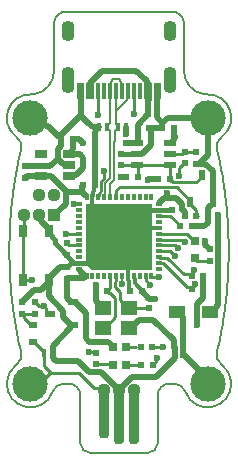
<source format=gtl>
G04*
G04 #@! TF.GenerationSoftware,Altium Limited,Altium Designer,21.5.1 (32)*
G04*
G04 Layer_Physical_Order=1*
G04 Layer_Color=255*
%FSAX25Y25*%
%MOIN*%
G70*
G04*
G04 #@! TF.SameCoordinates,4E6474E7-3770-4CE9-8705-8CFC98EF6C10*
G04*
G04*
G04 #@! TF.FilePolarity,Positive*
G04*
G01*
G75*
%ADD10C,0.01968*%
%ADD12C,0.00787*%
%ADD15R,0.05315X0.04331*%
%ADD16R,0.03937X0.02362*%
%ADD17R,0.01968X0.02165*%
%ADD18R,0.02165X0.01968*%
%ADD19R,0.05512X0.04724*%
%ADD20R,0.02165X0.01968*%
%ADD21R,0.01968X0.02165*%
%ADD23R,0.01181X0.05709*%
%ADD24R,0.02559X0.04134*%
%ADD25R,0.01181X0.02165*%
%ADD26R,0.02165X0.01181*%
%ADD27R,0.02559X0.03150*%
%ADD28R,0.02362X0.03543*%
%ADD29R,0.03543X0.02362*%
%ADD30R,0.03150X0.02362*%
%ADD31R,0.03937X0.02756*%
%ADD43R,0.20079X0.20079*%
G04:AMPARAMS|DCode=51|XSize=35.43mil|YSize=169.29mil|CornerRadius=13.82mil|HoleSize=0mil|Usage=FLASHONLY|Rotation=180.000|XOffset=0mil|YOffset=0mil|HoleType=Round|Shape=RoundedRectangle|*
%AMROUNDEDRECTD51*
21,1,0.03543,0.14165,0,0,180.0*
21,1,0.00780,0.16929,0,0,180.0*
1,1,0.02764,-0.00390,0.07083*
1,1,0.02764,0.00390,0.07083*
1,1,0.02764,0.00390,-0.07083*
1,1,0.02764,-0.00390,-0.07083*
%
%ADD51ROUNDEDRECTD51*%
G04:AMPARAMS|DCode=52|XSize=35.43mil|YSize=188.98mil|CornerRadius=13.82mil|HoleSize=0mil|Usage=FLASHONLY|Rotation=180.000|XOffset=0mil|YOffset=0mil|HoleType=Round|Shape=RoundedRectangle|*
%AMROUNDEDRECTD52*
21,1,0.03543,0.16134,0,0,180.0*
21,1,0.00780,0.18898,0,0,180.0*
1,1,0.02764,-0.00390,0.08067*
1,1,0.02764,0.00390,0.08067*
1,1,0.02764,0.00390,-0.08067*
1,1,0.02764,-0.00390,-0.08067*
%
%ADD52ROUNDEDRECTD52*%
%ADD60C,0.04370*%
%ADD61R,0.01575X0.02756*%
%ADD62R,0.03150X0.03150*%
%ADD63C,0.00984*%
%ADD64C,0.01575*%
%ADD65C,0.01378*%
%ADD66C,0.01181*%
%ADD67C,0.00984*%
G04:AMPARAMS|DCode=68|XSize=43.31mil|YSize=86.61mil|CornerRadius=19.49mil|HoleSize=0mil|Usage=FLASHONLY|Rotation=180.000|XOffset=0mil|YOffset=0mil|HoleType=Round|Shape=RoundedRectangle|*
%AMROUNDEDRECTD68*
21,1,0.04331,0.04764,0,0,180.0*
21,1,0.00433,0.08661,0,0,180.0*
1,1,0.03898,-0.00217,0.02382*
1,1,0.03898,0.00217,0.02382*
1,1,0.03898,0.00217,-0.02382*
1,1,0.03898,-0.00217,-0.02382*
%
%ADD68ROUNDEDRECTD68*%
G04:AMPARAMS|DCode=69|XSize=43.31mil|YSize=66.93mil|CornerRadius=19.49mil|HoleSize=0mil|Usage=FLASHONLY|Rotation=180.000|XOffset=0mil|YOffset=0mil|HoleType=Round|Shape=RoundedRectangle|*
%AMROUNDEDRECTD69*
21,1,0.04331,0.02795,0,0,180.0*
21,1,0.00433,0.06693,0,0,180.0*
1,1,0.03898,-0.00217,0.01398*
1,1,0.03898,0.00217,0.01398*
1,1,0.03898,0.00217,-0.01398*
1,1,0.03898,-0.00217,-0.01398*
%
%ADD69ROUNDEDRECTD69*%
%ADD70C,0.11811*%
%ADD71R,0.04370X0.04370*%
%ADD72C,0.02362*%
G36*
X0011024Y0015748D02*
Y-0006299D01*
X-0009055D01*
X-0011024Y-0004331D01*
Y0015748D01*
X0011024D01*
D02*
G37*
D10*
X-0022535Y0024766D02*
X-0017279Y0019510D01*
X-0025924Y0024962D02*
X-0025728Y0024766D01*
X-0022535D01*
X-0031102Y0024311D02*
X-0030532Y0024882D01*
X-0031201Y0024311D02*
X-0031102D01*
X-0026004Y0024882D02*
X-0025984Y0024902D01*
X-0030532Y0024882D02*
X-0026004D01*
X-0022146Y-0033563D02*
Y-0031594D01*
X-0016043Y-0025492D01*
X-0022146Y-0035658D02*
Y-0033957D01*
X-0020992Y-0036811D02*
X-0013640D01*
X-0022146Y-0035658D02*
X-0020992Y-0036811D01*
X-0007776Y-0016831D02*
Y-0013484D01*
Y-0011575D01*
Y-0016831D02*
X-0005610Y-0018996D01*
X-0005217D01*
X0008957Y0056758D02*
Y0056812D01*
Y0056758D02*
X0009705Y0056010D01*
X0012616Y0044478D02*
Y0053347D01*
X0006201Y0036024D02*
Y0042037D01*
X0009744Y0045581D01*
Y0050197D01*
Y0052216D02*
Y0053347D01*
Y0050197D02*
Y0052216D01*
X-0009759Y0054051D02*
Y0056010D01*
X-0005828Y0059941D01*
X0005828D02*
X0008957Y0056812D01*
X-0005828Y0059941D02*
X0005828D01*
X0014469Y0041043D02*
Y0042626D01*
X0016306Y0044291D02*
X0029528D01*
X0014469Y0042454D02*
X0016306Y0044291D01*
X0013878Y0041043D02*
X0014173Y0041339D01*
X0012616Y0044478D02*
X0014469Y0042626D01*
X0018406Y0038606D02*
Y0040945D01*
Y0037402D02*
Y0038606D01*
X0017913Y0036516D02*
Y0036909D01*
Y0036122D02*
Y0036516D01*
Y0036909D02*
X0018406Y0037402D01*
X0018429Y0038107D02*
X0018504Y0038032D01*
X0018429Y0038107D02*
Y0038583D01*
Y0037956D02*
X0018504Y0038032D01*
X0018429Y0037031D02*
Y0037956D01*
X0017913Y0036516D02*
X0018429Y0037031D01*
X0017717Y0035925D02*
X0017913Y0036122D01*
X0016929Y0035925D02*
X0017717D01*
X0018406Y0038606D02*
X0018429Y0038583D01*
X0010630Y0041043D02*
X0013878D01*
X0016142Y0017520D02*
X0017323D01*
X0014961D02*
X0016142D01*
Y0019180D01*
X0016155Y0019193D01*
X0020897Y0014290D02*
Y0015635D01*
Y0014290D02*
X0020972Y0014215D01*
X0017717Y0017520D02*
X0019012D01*
X0020897Y0015635D01*
X0028791Y0002017D02*
Y0003234D01*
X0030315Y0000492D02*
X0030413D01*
X0028791Y0002017D02*
X0030315Y0000492D01*
X0028715Y0003309D02*
X0028791Y0003234D01*
X-0009848Y-0030385D02*
X-0003571D01*
X-0011001Y-0029232D02*
X-0009848Y-0030385D01*
X-0002165Y-0032087D02*
Y-0031791D01*
X-0003571Y-0030385D02*
X-0002165Y-0031791D01*
X0018247Y-0031830D02*
X0018323Y-0031905D01*
X0011378Y-0022933D02*
X0018247Y-0029802D01*
X-0023425Y-0015140D02*
Y-0010827D01*
X0018247Y-0031830D02*
Y-0029802D01*
X-0023425Y-0015140D02*
X-0018623Y-0019942D01*
X-0010096Y-0040354D02*
X-0005924D01*
X-0013640Y-0036811D02*
X-0010096Y-0040354D01*
X-0005924D02*
X0000000Y-0046279D01*
X0009941Y-0022933D02*
X0011378D01*
X-0015551Y0033732D02*
X-0015354Y0033929D01*
Y0037303D01*
X-0015551Y0032776D02*
Y0033732D01*
X-0007972Y0039740D02*
X-0006583Y0041129D01*
X-0007972Y0021850D02*
Y0039740D01*
X-0012402Y0021260D02*
X-0011909Y0021752D01*
Y0021850D01*
X-0012402Y0019510D02*
Y0021260D01*
X-0019274Y0035078D02*
Y0036709D01*
X-0020472Y0033879D02*
X-0019274Y0035078D01*
X-0019291Y0036727D02*
Y0037402D01*
Y0036727D02*
X-0019274Y0036709D01*
X-0020472Y0030294D02*
Y0033879D01*
X-0019291Y0037402D02*
Y0038661D01*
X-0017279Y0019510D02*
X-0012402D01*
X-0018623Y0029035D02*
X-0017520D01*
X-0019980Y0030392D02*
X-0018623Y0029035D01*
X-0023559Y0041669D02*
X-0019921Y0038032D01*
X-0024242Y0041669D02*
X-0023559D01*
X-0029528Y0044291D02*
X-0026864D01*
X-0017520Y0029035D02*
X-0016929Y0028445D01*
X-0026864Y0044291D02*
X-0024242Y0041669D01*
X-0019291Y0038661D02*
X-0012783Y0045169D01*
X-0016535Y0025295D02*
X-0014287D01*
X-0011957Y0027626D01*
Y0030974D01*
X-0015690Y0032127D02*
X-0013110D01*
X-0011957Y0030974D01*
X-0015945Y0032382D02*
X-0015690Y0032127D01*
X-0016535Y0032382D02*
X-0015945D01*
X-0015551Y0032776D01*
X-0015354Y0037303D02*
X-0013454D01*
X-0012063Y0035913D01*
X-0011957D01*
X-0028297Y-0013041D02*
X-0025934D01*
X-0023720Y-0010827D02*
Y-0010039D01*
X-0025934Y-0013041D02*
X-0023720Y-0010827D01*
Y-0010039D02*
X-0023425Y-0009744D01*
X-0032185Y-0016929D02*
X-0028297Y-0013041D01*
X-0032185Y-0017028D02*
Y-0016929D01*
X-0032283Y-0017028D02*
X-0032185D01*
X0002265Y0038884D02*
Y0041160D01*
X0002236Y0041189D02*
X0002265Y0041160D01*
Y0038884D02*
X0002295Y0038855D01*
X0033135Y-0018243D02*
Y0012008D01*
X0024336Y0008087D02*
X0028352D01*
X0030659Y0015354D02*
X0031102D01*
X0029506Y0009240D02*
Y0014201D01*
X0028352Y0008087D02*
X0029506Y0009240D01*
X0031299Y0015551D02*
Y0026497D01*
X0031102Y0015354D02*
X0031299Y0015551D01*
X0029506Y0014201D02*
X0030659Y0015354D01*
X0026083Y-0017892D02*
X0028150Y-0015825D01*
X0026083Y-0024606D02*
Y-0017892D01*
X0028150Y-0015825D02*
Y-0012795D01*
X0018504Y-0035816D02*
Y-0032231D01*
X0030906Y-0020472D02*
X0033135Y-0018243D01*
X0030413Y-0020472D02*
X0030906D01*
X-0021555Y0012008D02*
X-0017827Y0015736D01*
Y0020058D01*
X0010125Y-0015968D02*
X0011996D01*
X0007690Y-0013533D02*
X0010125Y-0015968D01*
X0011996D02*
X0012071Y-0016043D01*
X0028150Y-0012500D02*
Y-0008523D01*
X0021161Y0013758D02*
X0021850Y0013070D01*
Y0011516D02*
Y0013070D01*
X0009705Y0023770D02*
X0012894D01*
Y0023819D01*
X0009656Y0023720D02*
X0009705Y0023770D01*
X0007690Y-0013533D02*
Y-0013434D01*
X0002236Y0035925D02*
X0006102D01*
X-0016043Y-0025492D02*
Y-0024902D01*
X-0015846Y-0024705D01*
X-0015256D01*
X-0018623Y-0021928D02*
X-0015846Y-0024705D01*
X-0018623Y-0021928D02*
Y-0019942D01*
X-0026555Y0012008D02*
X-0026096Y0011548D01*
Y0010052D02*
Y0011548D01*
Y0010052D02*
X-0023425Y0007382D01*
Y0006594D02*
Y0007382D01*
X0028752Y0029044D02*
X0031299Y0026497D01*
X0025534Y0029044D02*
X0028752D01*
X0026789Y0029052D02*
X0029528Y0031791D01*
Y0044291D01*
X0021347Y-0034165D02*
Y-0022134D01*
X0019685Y-0020472D02*
X0021347Y-0022134D01*
X0019193Y-0020472D02*
X0019685D01*
X0029528Y-0044291D02*
Y-0042618D01*
X0021358Y-0034449D02*
X0029528Y-0042618D01*
X0006594Y-0022933D02*
X0009206D01*
X0004251Y-0042028D02*
X0012293D01*
X0000000Y-0046279D02*
X0004251Y-0042028D01*
X0012293D02*
X0018504Y-0035816D01*
X0000000Y-0046457D02*
Y-0046279D01*
X-0015256Y-0017224D02*
X-0014665D01*
X-0011001Y-0029232D02*
Y-0020889D01*
X-0014665Y-0017224D02*
X-0011001Y-0020889D01*
X0003445Y-0025689D02*
X0003839D01*
X0006594Y-0022933D01*
X-0010278Y0042693D02*
X-0008813Y0041228D01*
X-0006988D01*
X-0010307Y0042693D02*
X-0010278D01*
X-0011626Y0044012D02*
X-0010307Y0042693D01*
X-0011626Y0044012D02*
X-0011626D01*
X-0012783Y0045169D02*
X-0011626Y0044012D01*
X-0012783Y0045169D02*
Y0052643D01*
X0006004Y0032283D02*
X0006102Y0032382D01*
X0007797D02*
X0010630Y0035215D01*
Y0041043D01*
X0006102Y0032382D02*
X0007797D01*
X-0019774Y-0005306D02*
X-0017279D01*
X-0023425Y-0008957D02*
X-0019774Y-0005306D01*
X-0011802Y-0009243D02*
X-0011220Y-0008661D01*
X-0017181Y-0009243D02*
X-0011802D01*
X-0012917Y-0006728D02*
X-0011220Y-0008424D01*
X-0012917Y-0006728D02*
Y-0006603D01*
X-0017279Y-0015792D02*
X-0015846Y-0017224D01*
X-0015256D01*
X-0017279Y-0015792D02*
Y-0009243D01*
X0013287Y0015846D02*
X0014961Y0017520D01*
X-0012795Y0019825D02*
X-0011081Y0018110D01*
X-0022863Y0028248D02*
X-0020472Y0030638D01*
X-0030709Y0028248D02*
X-0022863D01*
X0009843Y0050197D02*
Y0052216D01*
D12*
X-0000984Y0046650D02*
Y0053347D01*
Y0042343D02*
Y0045768D01*
Y0046650D02*
X0002756Y0050390D01*
X-0000984Y0045768D02*
Y0046650D01*
X0002756Y0050390D02*
Y0053127D01*
X0002953Y0053324D01*
X-0002953Y0042693D02*
Y0053347D01*
X-0003828Y0041818D02*
X-0002953Y0042693D01*
X-0004024Y0041129D02*
X-0003828Y0041326D01*
Y0041818D01*
X0000787Y0053543D02*
Y0056272D01*
X-0001942Y0057087D02*
X-0000027D01*
X0000787Y0053543D02*
X0000984Y0053347D01*
X-0000027Y0057087D02*
X0000787Y0056272D01*
X-0002756Y0053347D02*
Y0056272D01*
X-0001942Y0057087D01*
X-0003168Y0019113D02*
Y0022156D01*
X-0004724Y0019064D02*
X-0004546Y0019242D01*
Y0022727D02*
X-0003091Y0024183D01*
X-0003150Y0018209D02*
Y0019094D01*
X-0003168Y0019113D02*
X-0003150Y0019094D01*
X-0003168Y0022156D02*
X-0001713Y0023612D01*
X-0004546Y0019242D02*
Y0022727D01*
X-0003091Y0024183D02*
Y0036956D01*
X-0001713Y0023612D02*
Y0036385D01*
X-0001485Y0036613D01*
X-0002863Y0037184D02*
Y0039979D01*
X-0001485Y0036613D02*
Y0040039D01*
X-0003091Y0036956D02*
X-0002863Y0037184D01*
X-0003150Y0018209D02*
X-0002953Y0018012D01*
X-0004724Y0018209D02*
Y0019064D01*
X-0004921Y0018012D02*
X-0004724Y0018209D01*
X0000984Y-0011043D02*
Y-0008563D01*
X0000984Y-0008563D01*
X-0000984Y0042343D02*
X-0000323Y0041681D01*
Y0041189D02*
Y0041681D01*
X-0000520Y0040500D02*
X-0000323Y0040697D01*
X-0001485Y0040039D02*
X-0001024Y0040500D01*
X-0000323Y0040697D02*
Y0041189D01*
X-0001024Y0040500D02*
X-0000520D01*
X-0004024Y0040637D02*
Y0041129D01*
X-0003828Y0040440D02*
X-0003324D01*
X-0002863Y0039979D01*
X-0004024Y0040637D02*
X-0003828Y0040440D01*
X-0017715Y0079726D02*
G03*
X-0021654Y0075787I0000000J-0003938D01*
G01*
X-0034152Y-0037918D02*
G03*
X-0037374Y-0043632I0004625J-0006373D01*
G01*
X0016811Y-0044291D02*
G03*
X0012874Y-0048228I0000000J-0003937D01*
G01*
X0021654Y0075787D02*
G03*
X0017715Y0079726I-0003938J0000000D01*
G01*
X0034152Y0037918D02*
G03*
X0032640Y0033797I0002312J-0003187D01*
G01*
X-0034152Y-0037918D02*
G03*
X-0032640Y-0033797I-0002312J0003187D01*
G01*
X0009729Y-0067323D02*
G03*
X0012874Y-0064177I0000000J0003145D01*
G01*
X0032640Y-0033797D02*
G03*
X0034152Y-0037918I0003824J-0000935D01*
G01*
X-0012874Y-0064177D02*
G03*
X-0009729Y-0067323I0003145J0000000D01*
G01*
X-0032640Y0033797D02*
G03*
X-0034152Y0037918I-0003824J0000935D01*
G01*
X0037367Y-0043558D02*
G03*
X0034152Y-0037918I-0007840J-0000734D01*
G01*
X-0029035Y0052150D02*
G03*
X-0034152Y0037918I-0000493J-0007859D01*
G01*
X-0012874Y-0048228D02*
G03*
X-0016811Y-0044291I-0003937J0000000D01*
G01*
X0021654Y0059953D02*
G03*
X0028362Y0052165I0007874J0000000D01*
G01*
X-0029035Y0052150D02*
G03*
X-0028362Y0052165I0000246J0003929D01*
G01*
X0022104Y-0046916D02*
G03*
X0037367Y-0043560I0007423J0002625D01*
G01*
X-0018392Y-0044291D02*
G03*
X-0022104Y-0046916I0000000J-0003937D01*
G01*
X0028362Y0052165D02*
G03*
X0029035Y0052150I0000426J0003914D01*
G01*
X0022104Y-0046916D02*
G03*
X0018392Y-0044291I-0003712J-0001312D01*
G01*
X-0037374Y-0043633D02*
G03*
X-0022104Y-0046916I0007846J-0000658D01*
G01*
X0034152Y0037918D02*
G03*
X0029035Y0052150I-0004625J0006373D01*
G01*
X-0028362Y0052165D02*
G03*
X-0021654Y0059953I-0001165J0007787D01*
G01*
Y0075787D01*
X0033507Y0029989D02*
X0033641Y0029344D01*
X-0033507Y0029989D02*
X-0033370Y0030630D01*
X0034269Y0026086D02*
X0034386Y0025428D01*
X-0034269Y0026086D02*
X-0034150Y0026743D01*
X0034924Y0022102D02*
X0035023Y0021431D01*
X0035118Y0020759D01*
X-0034924Y0022102D02*
X-0034823Y0022772D01*
X-0035840Y0014628D02*
X-0035773Y0015315D01*
X0036227Y0009787D02*
X0036270Y0009091D01*
X-0036182Y0010482D02*
X-0036133Y0011175D01*
X0036437Y0005603D02*
X0036461Y0004904D01*
X-0036410Y0006302D02*
X-0036380Y0007000D01*
X0036532Y0001402D02*
X0036537Y0000701D01*
X-0036524Y0002103D02*
X-0036513Y0002804D01*
X0036499Y-0003504D02*
X0036513Y-0002804D01*
X0036132Y-0011175D02*
X0036182Y-0010482D01*
X-0036228Y-0009787D02*
X-0036182Y-0010482D01*
X0035772Y-0015315D02*
X0035840Y-0014628D01*
X-0035905Y-0013940D02*
X-0035840Y-0014628D01*
X0035300Y-0019407D02*
X0035387Y-0018729D01*
X-0035470Y-0018049D02*
X-0035387Y-0018729D01*
X0034610Y-0024104D02*
X0034718Y-0023439D01*
X0033229Y-0031269D02*
X0033370Y-0030630D01*
X-0033641Y-0029344D02*
X-0033507Y-0029989D01*
X-0032792Y-0033169D02*
X-0032640Y-0033797D01*
X0016811Y-0044291D02*
X0018392D01*
X0032792Y0033169D02*
X0032940Y0032539D01*
X0033641Y0029344D02*
X0033773Y0028698D01*
X-0033370Y0030630D02*
X-0033230Y0031269D01*
X0034386Y0025428D02*
X0034500Y0024767D01*
X-0034150Y0026743D02*
X-0034027Y0027397D01*
X-0034823Y0022772D02*
X-0034718Y0023439D01*
X0035550Y0017368D02*
X0035627Y0016685D01*
X-0035387Y0018729D02*
X-0035301Y0019407D01*
X0035967Y0013250D02*
X0036025Y0012560D01*
X0036270Y0009091D02*
X0036310Y0008395D01*
X-0036380Y0007000D02*
X-0036346Y0007698D01*
X0036461Y0004904D02*
X0036481Y0004204D01*
X-0036513Y0002804D02*
X-0036499Y0003504D01*
X-0036537Y-0000701D02*
X-0036532Y-0001402D01*
X0036346Y-0007698D02*
X0036380Y-0007000D01*
X-0036461Y-0004904D02*
X-0036437Y-0005603D01*
X0036080Y-0011868D02*
X0036132Y-0011175D01*
X0035701Y-0016001D02*
X0035772Y-0015315D01*
X-0035967Y-0013250D02*
X-0035905Y-0013940D01*
X0035211Y-0020084D02*
X0035300Y-0019407D01*
X-0035550Y-0017368D02*
X-0035470Y-0018049D01*
X-0035023Y-0021431D02*
X-0034924Y-0022102D01*
X0033901Y-0028048D02*
X0034027Y-0027397D01*
X-0034386Y-0025428D02*
X-0034269Y-0026086D01*
X0033086Y-0031905D02*
X0033229Y-0031269D01*
X-0032941Y-0032539D02*
X-0032792Y-0033169D01*
X0012874Y-0064177D02*
Y-0048228D01*
X-0017715Y0079724D02*
X0017715D01*
X0032940Y0032539D02*
X0033086Y0031905D01*
X0033773Y0028698D02*
X0033901Y0028048D01*
X-0034718Y0023439D02*
X-0034610Y0024104D01*
X0035118Y0020759D02*
X0035211Y0020084D01*
X-0035301Y0019407D02*
X-0035211Y0020084D01*
X0035627Y0016685D02*
X0035701Y0016001D01*
X-0035773Y0015315D02*
X-0035702Y0016001D01*
X0036025Y0012560D02*
X0036080Y0011868D01*
X-0036133Y0011175D02*
X-0036081Y0011868D01*
X0036310Y0008395D02*
X0036346Y0007698D01*
X-0036499Y0003504D02*
X-0036481Y0004204D01*
X0036537Y0000701D02*
X0036538Y0000000D01*
X-0036538D02*
X-0036537Y-0000701D01*
X0036481Y-0004204D02*
X0036499Y-0003504D01*
X-0036481Y-0004204D02*
X-0036461Y-0004904D01*
X0036310Y-0008395D02*
X0036346Y-0007698D01*
X-0036270Y-0009091D02*
X-0036228Y-0009787D01*
X0036025Y-0012560D02*
X0036080Y-0011868D01*
X-0035628Y-0016685D02*
X-0035550Y-0017368D01*
X-0035119Y-0020759D02*
X-0035023Y-0021431D01*
X0034500Y-0024767D02*
X0034610Y-0024104D01*
X-0034500Y-0024767D02*
X-0034386Y-0025428D01*
X0033773Y-0028698D02*
X0033901Y-0028048D01*
X-0033773Y-0028698D02*
X-0033641Y-0029344D01*
X0032940Y-0032539D02*
X0033086Y-0031905D01*
X0021654Y0059953D02*
Y0075787D01*
X-0033230Y0031269D02*
X-0033086Y0031905D01*
X-0034027Y0027397D02*
X-0033902Y0028048D01*
X0034500Y0024767D02*
X0034610Y0024104D01*
X0035211Y0020084D02*
X0035300Y0019407D01*
X-0035211Y0020084D02*
X-0035119Y0020759D01*
X0035701Y0016001D02*
X0035772Y0015315D01*
X-0035702Y0016001D02*
X-0035628Y0016685D01*
X-0036081Y0011868D02*
X-0036025Y0012560D01*
X-0036346Y0007698D02*
X-0036310Y0008395D01*
X0036481Y0004204D02*
X0036499Y0003504D01*
X0036537Y-0000701D02*
X0036538Y0000000D01*
X0036461Y-0004904D02*
X0036481Y-0004204D01*
X-0036499Y-0003504D02*
X-0036481Y-0004204D01*
X0036270Y-0009091D02*
X0036310Y-0008395D01*
X-0036310D02*
X-0036270Y-0009091D01*
X-0036025Y-0012560D02*
X-0035967Y-0013250D01*
X0035627Y-0016685D02*
X0035701Y-0016001D01*
X0035118Y-0020759D02*
X0035211Y-0020084D01*
X0034386Y-0025428D02*
X0034500Y-0024767D01*
X-0034610Y-0024104D02*
X-0034500Y-0024767D01*
X0033641Y-0029344D02*
X0033773Y-0028698D01*
X-0033902Y-0028048D02*
X-0033773Y-0028698D01*
X-0033086Y-0031905D02*
X-0032941Y-0032539D01*
X-0009729Y-0067323D02*
X0009729D01*
X0033086Y0031905D02*
X0033229Y0031269D01*
X-0033086Y0031905D02*
X-0032941Y0032539D01*
X0033901Y0028048D02*
X0034027Y0027397D01*
X-0033902Y0028048D02*
X-0033773Y0028698D01*
X0034610Y0024104D02*
X0034718Y0023439D01*
X-0034610Y0024104D02*
X-0034500Y0024767D01*
X0035300Y0019407D02*
X0035387Y0018729D01*
X0036080Y0011868D02*
X0036132Y0011175D01*
X-0036025Y0012560D02*
X-0035967Y0013250D01*
X0036346Y0007698D02*
X0036380Y0007000D01*
X-0036310Y0008395D02*
X-0036270Y0009091D01*
X0036499Y0003504D02*
X0036513Y0002804D01*
X-0036481Y0004204D02*
X-0036461Y0004904D01*
X0036532Y-0001402D02*
X0036537Y-0000701D01*
X-0036538Y0000000D02*
X-0036537Y0000701D01*
X-0036346Y-0007698D02*
X-0036310Y-0008395D01*
X0035967Y-0013250D02*
X0036025Y-0012560D01*
X-0036081Y-0011868D02*
X-0036025Y-0012560D01*
X0035550Y-0017368D02*
X0035627Y-0016685D01*
X-0035702Y-0016001D02*
X-0035628Y-0016685D01*
X0035023Y-0021431D02*
X0035118Y-0020759D01*
X-0035211Y-0020084D02*
X-0035119Y-0020759D01*
X-0034027Y-0027397D02*
X-0033902Y-0028048D01*
X0032792Y-0033169D02*
X0032940Y-0032539D01*
X-0033230Y-0031269D02*
X-0033086Y-0031905D01*
X-0012874Y-0064177D02*
Y-0048228D01*
X0033229Y0031269D02*
X0033370Y0030630D01*
X0034027Y0027397D02*
X0034150Y0026743D01*
X-0033773Y0028698D02*
X-0033641Y0029344D01*
X0034718Y0023439D02*
X0034823Y0022772D01*
X-0034500Y0024767D02*
X-0034386Y0025428D01*
X-0035119Y0020759D02*
X-0035023Y0021431D01*
X0035772Y0015315D02*
X0035840Y0014628D01*
X-0035628Y0016685D02*
X-0035550Y0017368D01*
X0036132Y0011175D02*
X0036182Y0010482D01*
X-0036270Y0009091D02*
X-0036228Y0009787D01*
X0036380Y0007000D02*
X0036410Y0006302D01*
X-0036461Y0004904D02*
X-0036437Y0005603D01*
X0036513Y0002804D02*
X0036524Y0002103D01*
X-0036537Y0000701D02*
X-0036532Y0001402D01*
X0036437Y-0005603D02*
X0036461Y-0004904D01*
X-0036513Y-0002804D02*
X-0036499Y-0003504D01*
X0036227Y-0009787D02*
X0036270Y-0009091D01*
X0035905Y-0013940D02*
X0035967Y-0013250D01*
X-0036133Y-0011175D02*
X-0036081Y-0011868D01*
X0035470Y-0018049D02*
X0035550Y-0017368D01*
X-0035773Y-0015315D02*
X-0035702Y-0016001D01*
X-0035301Y-0019407D02*
X-0035211Y-0020084D01*
X0034269Y-0026086D02*
X0034386Y-0025428D01*
X-0034718Y-0023439D02*
X-0034610Y-0024104D01*
X0033507Y-0029989D02*
X0033641Y-0029344D01*
X0032640Y-0033797D02*
X0032792Y-0033169D01*
X-0018392Y-0044291D02*
X-0016811D01*
X-0032941Y0032539D02*
X-0032792Y0033169D01*
X0033370Y0030630D02*
X0033507Y0029989D01*
X-0034386Y0025428D02*
X-0034269Y0026086D01*
X-0035023Y0021431D02*
X-0034924Y0022102D01*
X0035387Y0018729D02*
X0035470Y0018049D01*
X-0035550Y0017368D02*
X-0035470Y0018049D01*
X0035840Y0014628D02*
X0035905Y0013940D01*
X-0035967Y0013250D02*
X-0035905Y0013940D01*
X0036182Y0010482D02*
X0036227Y0009787D01*
X-0036532Y0001402D02*
X-0036524Y0002103D01*
X0036524Y-0002103D02*
X0036532Y-0001402D01*
X-0036524Y-0002103D02*
X-0036513Y-0002804D01*
X0036410Y-0006302D02*
X0036437Y-0005603D01*
X-0036410Y-0006302D02*
X-0036380Y-0007000D01*
X-0036346Y-0007698D01*
X0036182Y-0010482D02*
X0036227Y-0009787D01*
X0035840Y-0014628D02*
X0035905Y-0013940D01*
X-0035387Y-0018729D02*
X-0035301Y-0019407D01*
X0034924Y-0022102D02*
X0035023Y-0021431D01*
X-0034823Y-0022772D02*
X-0034718Y-0023439D01*
X0034150Y-0026743D02*
X0034269Y-0026086D01*
X-0034150Y-0026743D02*
X-0034027Y-0027397D01*
X0033370Y-0030630D02*
X0033507Y-0029989D01*
X-0033370Y-0030630D02*
X-0033230Y-0031269D01*
X0037367Y-0043560D02*
Y-0043558D01*
X0032640Y0033797D02*
X0032792Y0033169D01*
X-0032792D02*
X-0032640Y0033797D01*
X-0033641Y0029344D02*
X-0033507Y0029989D01*
X0034150Y0026743D02*
X0034269Y0026086D01*
X0034823Y0022772D02*
X0034924Y0022102D01*
X0035470Y0018049D02*
X0035550Y0017368D01*
X-0035470Y0018049D02*
X-0035387Y0018729D01*
X0035905Y0013940D02*
X0035967Y0013250D01*
X-0035905Y0013940D02*
X-0035840Y0014628D01*
X-0036228Y0009787D02*
X-0036182Y0010482D01*
X0036410Y0006302D02*
X0036437Y0005603D01*
X-0036437D02*
X-0036410Y0006302D01*
X0036524Y0002103D02*
X0036532Y0001402D01*
X0036513Y-0002804D02*
X0036524Y-0002103D01*
X-0036532Y-0001402D02*
X-0036524Y-0002103D01*
X0036380Y-0007000D02*
X0036410Y-0006302D01*
X-0036437Y-0005603D02*
X-0036410Y-0006302D01*
X-0036182Y-0010482D02*
X-0036133Y-0011175D01*
X-0035840Y-0014628D02*
X-0035773Y-0015315D01*
X0035387Y-0018729D02*
X0035470Y-0018049D01*
X0034823Y-0022772D02*
X0034924Y-0022102D01*
X0034718Y-0023439D02*
X0034823Y-0022772D01*
X-0034924Y-0022102D02*
X-0034823Y-0022772D01*
X0034027Y-0027397D02*
X0034150Y-0026743D01*
X-0034269Y-0026086D02*
X-0034150Y-0026743D01*
X-0033507Y-0029989D02*
X-0033370Y-0030630D01*
X-0037374Y-0043633D02*
Y-0043632D01*
D15*
X0019193Y-0020472D02*
D03*
X0030413D02*
D03*
X0019193D02*
D03*
X0030413D02*
D03*
D16*
X0016929Y0035925D02*
D03*
Y0032185D02*
D03*
Y0028445D02*
D03*
X0006102D02*
D03*
Y0032185D02*
D03*
Y0035925D02*
D03*
D17*
X0003753Y-0013434D02*
D03*
X0007690D02*
D03*
X-0007776Y-0013484D02*
D03*
X-0003839D02*
D03*
X-0007972Y0021850D02*
D03*
X-0011909D02*
D03*
X-0015354Y0037402D02*
D03*
X-0019291D02*
D03*
D18*
X0000591Y0032382D02*
D03*
Y0028445D02*
D03*
X-0007579Y-0037894D02*
D03*
Y-0033957D02*
D03*
X0025526Y0029052D02*
D03*
Y0032989D02*
D03*
X0021835Y0029091D02*
D03*
Y0033028D02*
D03*
X0030413Y-0003445D02*
D03*
Y0000492D02*
D03*
X-0017355Y-0001451D02*
D03*
Y0002486D02*
D03*
X-0028051Y-0017126D02*
D03*
Y-0021063D02*
D03*
D19*
X-0005217Y-0018996D02*
D03*
X0003445D02*
D03*
Y-0025689D02*
D03*
X-0005217D02*
D03*
D20*
X0009941Y-0022933D02*
D03*
Y-0018996D02*
D03*
X0017717Y0013583D02*
D03*
Y0017520D02*
D03*
X-0017421Y-0005315D02*
D03*
Y-0009252D02*
D03*
X-0032283Y-0017028D02*
D03*
Y-0020965D02*
D03*
X-0031201Y0024311D02*
D03*
Y0028248D02*
D03*
D21*
X0021850Y0011516D02*
D03*
X0025787D02*
D03*
X0012894Y0023819D02*
D03*
X0016831D02*
D03*
X0010138Y0041043D02*
D03*
X0006201D02*
D03*
X0014469Y0040945D02*
D03*
X0018406D02*
D03*
X0024336Y0008087D02*
D03*
X0020399D02*
D03*
X0002283Y0024705D02*
D03*
X0006220D02*
D03*
X0028150Y-0008424D02*
D03*
X0024213D02*
D03*
X0028150Y-0012795D02*
D03*
X0024213D02*
D03*
X0007480Y-0037992D02*
D03*
X0011417D02*
D03*
X0007185Y-0032087D02*
D03*
X0011122D02*
D03*
D23*
X-0013386Y0053347D02*
D03*
X-0012205D02*
D03*
X0009055D02*
D03*
X0012205D02*
D03*
X-0009055D02*
D03*
X-0002953D02*
D03*
X-0000984D02*
D03*
X0002953Y0053324D02*
D03*
X0006890Y0053347D02*
D03*
X0000984D02*
D03*
X-0004921D02*
D03*
X-0010236D02*
D03*
X-0006890D02*
D03*
X0004921D02*
D03*
X0010236D02*
D03*
X0013386D02*
D03*
D24*
X-0031890Y-0009744D02*
D03*
Y0006594D02*
D03*
X-0023425Y-0009744D02*
D03*
Y0006594D02*
D03*
D25*
X-0010827Y-0008563D02*
D03*
X-0008858D02*
D03*
X-0006890D02*
D03*
X-0004921D02*
D03*
X-0002953D02*
D03*
X-0000984D02*
D03*
X0000984D02*
D03*
X0002953D02*
D03*
X0004921D02*
D03*
X0006890D02*
D03*
X0008858D02*
D03*
X0010827D02*
D03*
Y0018012D02*
D03*
X0008858D02*
D03*
X0006890D02*
D03*
X0004921D02*
D03*
X0002953D02*
D03*
X0000984D02*
D03*
X-0000984D02*
D03*
X-0002953D02*
D03*
X-0004921D02*
D03*
X-0006890D02*
D03*
X-0008858D02*
D03*
X-0010827D02*
D03*
D26*
X0013287Y-0006102D02*
D03*
Y-0004134D02*
D03*
Y-0002165D02*
D03*
Y-0000197D02*
D03*
Y0001772D02*
D03*
Y0003740D02*
D03*
Y0005709D02*
D03*
Y0007677D02*
D03*
Y0009646D02*
D03*
Y0011614D02*
D03*
Y0013583D02*
D03*
Y0015551D02*
D03*
X-0013287D02*
D03*
Y0013583D02*
D03*
Y0011614D02*
D03*
Y0009646D02*
D03*
Y0007677D02*
D03*
Y0005709D02*
D03*
Y0003740D02*
D03*
Y0001772D02*
D03*
Y-0000197D02*
D03*
Y-0002165D02*
D03*
Y-0004134D02*
D03*
Y-0006102D02*
D03*
D27*
X-0002165Y-0032087D02*
D03*
Y-0037992D02*
D03*
X0002165D02*
D03*
Y-0032087D02*
D03*
D28*
X0023819Y0016142D02*
D03*
X0031299D02*
D03*
X0027559Y0025197D02*
D03*
D29*
X-0023130Y-0020965D02*
D03*
X-0015256Y-0017224D02*
D03*
Y-0024705D02*
D03*
D30*
X-0028740Y-0030315D02*
D03*
Y-0024803D02*
D03*
D31*
X-0016535Y0024902D02*
D03*
Y0028642D02*
D03*
Y0032382D02*
D03*
X-0025984D02*
D03*
Y0024902D02*
D03*
D43*
X0000000Y0004724D02*
D03*
D51*
X-0005000Y-0054134D02*
D03*
D52*
X0005000Y-0055118D02*
D03*
X0000000D02*
D03*
D60*
X-0026555Y0018608D02*
D03*
Y0012008D02*
D03*
X-0031555D02*
D03*
X-0021555Y0018608D02*
D03*
X-0005000Y-0046457D02*
D03*
X0000000D02*
D03*
X0005000D02*
D03*
D61*
X0012697Y0045768D02*
D03*
X0009941D02*
D03*
X0002334Y0041189D02*
D03*
X-0000421D02*
D03*
X-0006682Y0041129D02*
D03*
X-0003926D02*
D03*
X-0022146Y-0033957D02*
D03*
X-0024902D02*
D03*
X0018406Y-0034449D02*
D03*
X0021161D02*
D03*
D62*
X0025197Y-0002559D02*
D03*
Y0003347D02*
D03*
D63*
X-0028346Y-0030315D02*
X-0025591Y-0033071D01*
X-0025197D01*
X-0024902Y-0033366D01*
Y-0038258D02*
Y-0033366D01*
Y-0038258D02*
X-0022510Y-0040650D01*
X0004921Y0045693D02*
Y0053347D01*
Y0045693D02*
X0005020Y0045595D01*
X0000210Y0021358D02*
X0019193D01*
X0017323Y0023228D02*
X0017537D01*
X0017899Y0022866D01*
X0016929Y0024508D02*
X0017224Y0024213D01*
X0016831Y0023819D02*
X0017224D01*
X0017899Y0022866D02*
X0025819D01*
X0017224Y0024213D02*
Y0024311D01*
X0016831Y0023720D02*
Y0023819D01*
X0017224Y0024213D01*
X0016929Y0024508D02*
Y0028445D01*
X0002165Y-0032087D02*
X0005828D01*
X0021752Y-0007861D02*
X0023720D01*
X0024213Y-0008424D02*
Y-0008353D01*
X0023720Y-0007861D02*
X0024213Y-0008353D01*
X0013386Y-0002264D02*
X0016155D01*
X0018803Y-0001861D02*
X0018815D01*
X0016155Y-0002264D02*
X0021752Y-0007861D01*
X0017139Y-0000197D02*
X0018803Y-0001861D01*
X0024705Y-0007148D02*
X0024983Y-0006869D01*
X0024705Y-0007932D02*
Y-0007148D01*
X0024983Y-0006869D02*
Y-0006496D01*
X0012344Y-0036967D02*
Y-0036033D01*
X0012607Y-0035769D01*
X0011417Y-0037992D02*
Y-0037894D01*
X0012344Y-0036967D01*
X0002165Y-0037992D02*
X0007480D01*
X0007480Y-0037992D01*
X-0007579Y-0037894D02*
X-0007579Y-0037894D01*
X-0013426Y-0040650D02*
X-0008266Y-0045809D01*
X-0022956Y-0040650D02*
X-0013426D01*
X-0008266Y-0045809D02*
X-0005648D01*
X-0006791Y0019114D02*
X-0006496Y0019410D01*
Y0019502D02*
X-0005924Y0020074D01*
X-0006791Y0018110D02*
Y0019114D01*
X-0006496Y0019410D02*
Y0019502D01*
X-0005924Y0020074D02*
Y0023298D01*
X-0006890Y0018012D02*
X-0006791Y0018110D01*
X-0005158Y0024065D02*
Y0026497D01*
X-0005924Y0023298D02*
X-0005158Y0024065D01*
X-0016187Y0001772D02*
X-0013287D01*
X-0016409Y0001994D02*
X-0016187Y0001772D01*
X-0016862Y0001994D02*
X-0016409D01*
X-0017355Y0002486D02*
X-0016862Y0001994D01*
X-0017618Y0005709D02*
X-0013287D01*
X-0026639Y-0018372D02*
X-0024934D01*
X-0027559Y-0017618D02*
X-0027393D01*
X-0026639Y-0018372D01*
X-0024934D02*
X-0024272Y-0019034D01*
X-0028051Y-0017126D02*
X-0027559Y-0017618D01*
X-0028740Y-0030315D02*
X-0028346D01*
X-0032283Y-0020965D02*
X-0032185D01*
X-0031693Y-0022539D02*
Y-0021457D01*
X-0030118Y-0024114D02*
X-0029331D01*
X-0032185Y-0020965D02*
X-0031693Y-0021457D01*
Y-0022539D02*
X-0030118Y-0024114D01*
X-0029331D02*
X-0028937Y-0024508D01*
X-0031693Y-0021063D02*
X-0028051D01*
X-0032185D02*
X-0031693D01*
X-0032283Y-0020965D02*
X-0032185Y-0021063D01*
X0024213Y-0008424D02*
X0024705Y-0007932D01*
X0020089Y0025215D02*
Y0027444D01*
X0019906Y0025032D02*
X0020089Y0025215D01*
X0008957Y-0009926D02*
X0010232Y-0011202D01*
X0008858Y-0008563D02*
X0008957Y-0008661D01*
Y-0009926D02*
Y-0008661D01*
X0010232Y-0011575D02*
Y-0011202D01*
X0006220Y0024705D02*
Y0028328D01*
X0006102Y0028445D02*
X0006220Y0028328D01*
X0018667Y0001772D02*
X0019449Y0000990D01*
X0021597Y0002868D02*
X0021949D01*
X0019449Y0000990D02*
X0019800D01*
X0010925Y-0008661D02*
X0013119D01*
X0013217Y-0008760D01*
X0010827Y-0008563D02*
X0010925Y-0008661D01*
X0020089Y0027444D02*
X0021736Y0029091D01*
X0021835D01*
X0025819Y0022866D02*
X0027559Y0024606D01*
X0016831Y0023720D02*
X0017323Y0023228D01*
X0027559Y0024606D02*
Y0025197D01*
X0024213Y-0012711D02*
Y-0012697D01*
Y-0012795D02*
Y-0012711D01*
X0025492Y-0011417D02*
Y-0011154D01*
X0024213Y-0012697D02*
X0025492Y-0011417D01*
X0014617Y-0004232D02*
X0022603Y-0012219D01*
X0023720D02*
X0024213Y-0012711D01*
X0022603Y-0012219D02*
X0023720D01*
X0013386Y-0004232D02*
X0014617D01*
X0013287Y-0004134D02*
X0013386Y-0004232D01*
X-0006890Y0045341D02*
Y0053347D01*
X-0024272Y-0020375D02*
Y-0019034D01*
X-0024371Y-0020276D02*
X-0023671Y-0020976D01*
X-0024371Y-0020276D02*
Y-0019133D01*
X0025861Y-0003322D02*
X0029506D01*
X0025787Y-0003248D02*
X0025861Y-0003322D01*
X-0001294Y-0012172D02*
X0000340Y-0013806D01*
X-0001294Y-0010378D02*
X-0001083Y-0010166D01*
Y-0008661D01*
X-0001294Y-0012172D02*
Y-0010378D01*
X-0001083Y-0008661D02*
X-0000984Y-0008563D01*
X0000340Y-0016285D02*
Y-0013806D01*
Y-0016285D02*
X0003051Y-0018996D01*
X0003445D02*
X0009107D01*
X0003051D02*
X0003445D01*
X0013287Y-0000197D02*
X0017139D01*
X0013287Y-0002165D02*
X0013386Y-0002264D01*
X0013287Y0001772D02*
X0018667D01*
X0013287Y0003740D02*
X0020725D01*
X0021597Y0002868D01*
X0013287Y0005709D02*
X0022561D01*
X0024534Y0003735D01*
X0011122Y-0032087D02*
X0014743D01*
X0002165Y-0037992D02*
X0002165Y-0037992D01*
X-0007579Y-0037894D02*
X-0002264D01*
X-0002165Y-0037992D01*
X-0009751Y-0033849D02*
X-0007686D01*
X-0007579Y-0033957D01*
X-0009858Y-0033742D02*
X-0009751Y-0033849D01*
X-0005648Y-0045809D02*
X-0005000Y-0046457D01*
X-0001345Y-0022211D02*
Y-0015879D01*
X-0003150Y-0014075D02*
X-0001345Y-0015879D01*
X-0004823Y-0025689D02*
X-0001345Y-0022211D01*
X-0003347Y-0014075D02*
X-0003150D01*
X-0003839Y-0013583D02*
X-0003347Y-0014075D01*
X-0003839Y-0013583D02*
Y-0013386D01*
X-0005217Y-0025689D02*
X-0004823D01*
X-0002953Y-0012500D02*
Y-0008563D01*
X-0003839Y-0013386D02*
X-0002953Y-0012500D01*
X0000591Y0028445D02*
X0006102D01*
X-0029528Y-0044291D02*
X-0026598D01*
X-0022956Y-0040650D01*
X0023819Y0015551D02*
Y0016732D01*
X0019193Y0021358D02*
X0023819Y0016732D01*
X-0000984Y0020164D02*
X0000210Y0021358D01*
X-0000984Y0018012D02*
Y0020164D01*
X0025689Y0012008D02*
Y0013681D01*
Y0012008D02*
X0026181Y0011516D01*
X0023819Y0015551D02*
X0025689Y0013681D01*
X0006102Y0028445D02*
X0016929D01*
X0021854Y0033009D02*
X0025506D01*
X0025526Y0032989D01*
X0021835Y0033028D02*
X0021854Y0033009D01*
X0016929Y0032185D02*
X0020893D01*
X0021736Y0033028D01*
X0021835D01*
X-0031890Y-0009744D02*
X-0028937D01*
X-0031890D02*
Y0006594D01*
X-0031722Y0011841D02*
X-0031555Y0012008D01*
X-0031722Y0006762D02*
Y0011841D01*
X-0031890Y0006594D02*
X-0031722Y0006762D01*
D64*
X-0008817Y-0004093D02*
X0000000Y0004724D01*
X-0021364Y0002424D02*
X-0014905Y-0004035D01*
X-0013386D01*
X-0016061Y-0004134D02*
X-0013287D01*
X-0016984Y-0005056D02*
X-0016061Y-0004134D01*
X-0023425Y0005807D02*
X-0021364Y0003746D01*
Y0002424D02*
Y0003746D01*
X-0013386Y-0004035D02*
X-0013287Y-0004134D01*
X-0017181Y-0005306D02*
X-0016984Y-0005109D01*
X-0017279Y-0005306D02*
X-0017181D01*
X-0016984Y-0005109D02*
Y-0005056D01*
X0002953Y0007677D02*
X0008858Y0013583D01*
X-0012992Y-0004093D02*
X-0008817D01*
X0013287Y0013583D02*
X0017224D01*
X0008858D02*
X0013287D01*
X0000689Y0032283D02*
X0006004D01*
X0000591Y0032382D02*
X0000689Y0032283D01*
X-0023425Y0005807D02*
Y0006594D01*
Y-0009744D02*
Y-0008957D01*
D65*
X-0008760Y0018110D02*
Y0018948D01*
X-0008268Y0019977D02*
Y0021555D01*
X-0008661Y0019584D02*
X-0008268Y0019977D01*
X-0008661Y0019047D02*
Y0019584D01*
X-0008268Y0021555D02*
X-0007984Y0021839D01*
X-0008760Y0018948D02*
X-0008661Y0019047D01*
X-0008858Y0018012D02*
X-0008760Y0018110D01*
X-0008858Y0013583D02*
Y0018012D01*
Y0013583D02*
X0000000Y0004724D01*
D66*
X0002953Y0007677D01*
X0013287D01*
X0002953Y-0008563D02*
Y0001772D01*
X0000000Y0004724D02*
X0002953Y0001772D01*
X0004921Y-0009055D02*
Y-0008563D01*
Y-0009055D02*
X0005217Y-0009350D01*
X0003360Y-0013041D02*
Y-0010206D01*
X0002953Y-0009799D02*
X0003360Y-0010206D01*
X0005217Y-0010862D02*
Y-0009350D01*
X0002953Y-0009799D02*
Y-0008563D01*
X0005217Y-0010862D02*
X0007690Y-0013336D01*
X0003360Y-0013041D02*
X0003753Y-0013434D01*
X0007690D02*
Y-0013336D01*
D67*
X0019906Y0008579D02*
Y0008832D01*
X0013287Y0011614D02*
X0017125D01*
X0019906Y0008832D01*
Y0008579D02*
X0020399Y0008087D01*
D68*
X-0017008Y0056949D02*
D03*
X0017008D02*
D03*
D69*
X-0017008Y0073405D02*
D03*
X0017008D02*
D03*
D70*
X0029528Y0044291D02*
D03*
Y-0044291D02*
D03*
X-0029528D02*
D03*
Y0044291D02*
D03*
D71*
X-0021555Y0012008D02*
D03*
D72*
X0005020Y0045595D02*
D03*
X0018504Y0038032D02*
D03*
X0016155Y0019193D02*
D03*
X0028715Y0003309D02*
D03*
X0018815Y-0001861D02*
D03*
X0024983Y-0006496D02*
D03*
X0012607Y-0035769D02*
D03*
X0018323Y-0031905D02*
D03*
X-0005158Y0026497D02*
D03*
X-0011957Y0035913D02*
D03*
X-0017618Y0005709D02*
D03*
X0033135Y0012008D02*
D03*
X0026083Y-0024606D02*
D03*
X-0005109Y-0000380D02*
D03*
X-0002442Y0002287D02*
D03*
X-0007776Y-0011575D02*
D03*
X0002295Y0038855D02*
D03*
X-0015170Y0015643D02*
D03*
X0012071Y-0016043D02*
D03*
X0019906Y0025032D02*
D03*
X0010232Y-0011575D02*
D03*
X0000787Y0024686D02*
D03*
X0020972Y0014215D02*
D03*
X0019800Y0000990D02*
D03*
X0021949Y0002868D02*
D03*
X0013217Y-0008760D02*
D03*
X0009656Y0023720D02*
D03*
X-0017223Y-0012400D02*
D03*
X0025492Y-0011154D02*
D03*
X0002236Y0035925D02*
D03*
X-0006890Y0045341D02*
D03*
X-0024892Y-0018414D02*
D03*
X0000984Y-0011043D02*
D03*
X0014743Y-0032087D02*
D03*
X-0009858Y-0033742D02*
D03*
X-0028937Y-0009744D02*
D03*
X0000000Y-0057776D02*
D03*
M02*

</source>
